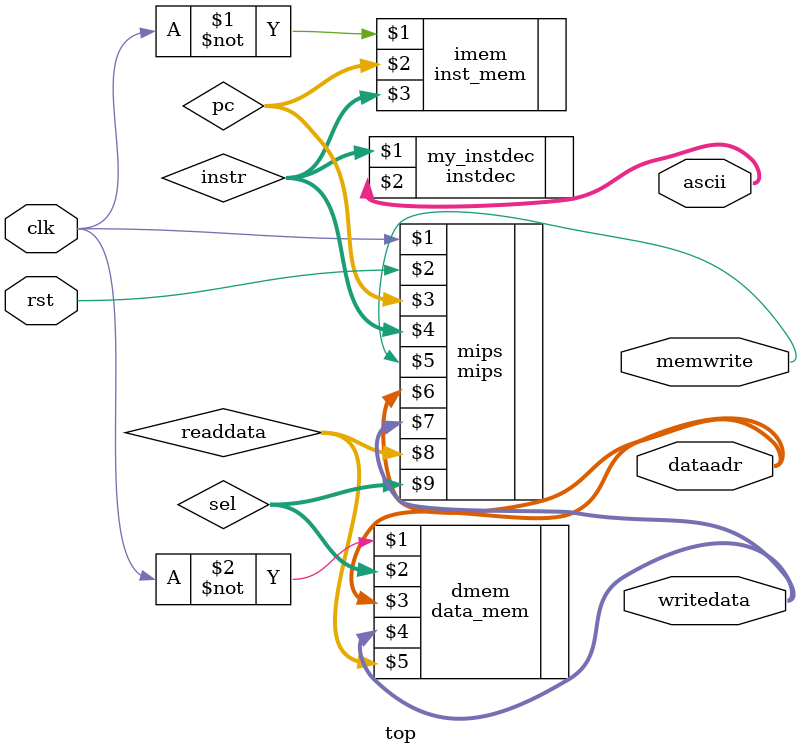
<source format=v>
`timescale 1ns / 1ps


module top(
	input wire clk,rst,
	output wire[31:0] writedata,dataadr,
	output wire memwrite,
	output wire [39:0] ascii
    );

	wire[31:0] pc,instr,readdata;
    wire [3:0] sel;
	mips mips(clk,rst,pc,instr,memwrite,dataadr,writedata,readdata,sel);
	inst_mem imem(~clk,pc,instr);
//	data_mem dmem(~clk,{4{memwrite}},dataadr,writedata,readdata);
	data_mem dmem(~clk,sel,dataadr,writedata,readdata);
	instdec my_instdec(instr,ascii);
endmodule

</source>
